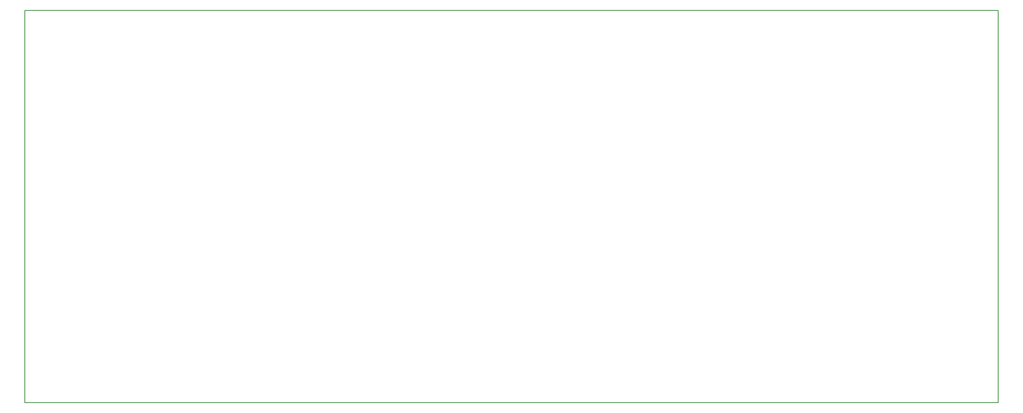
<source format=gbr>
G04 #@! TF.FileFunction,Other,User*
%FSLAX46Y46*%
G04 Gerber Fmt 4.6, Leading zero omitted, Abs format (unit mm)*
G04 Created by KiCad (PCBNEW 4.0.2-stable) date 06/03/2018 00:18:55*
%MOMM*%
G01*
G04 APERTURE LIST*
%ADD10C,0.100000*%
%ADD11C,0.200000*%
G04 APERTURE END LIST*
D10*
D11*
X115000000Y-235000000D02*
X115000000Y-152000000D01*
X321000000Y-235000000D02*
X115000000Y-235000000D01*
X321000000Y-152000000D02*
X321000000Y-235000000D01*
X115000000Y-152000000D02*
X321000000Y-152000000D01*
M02*

</source>
